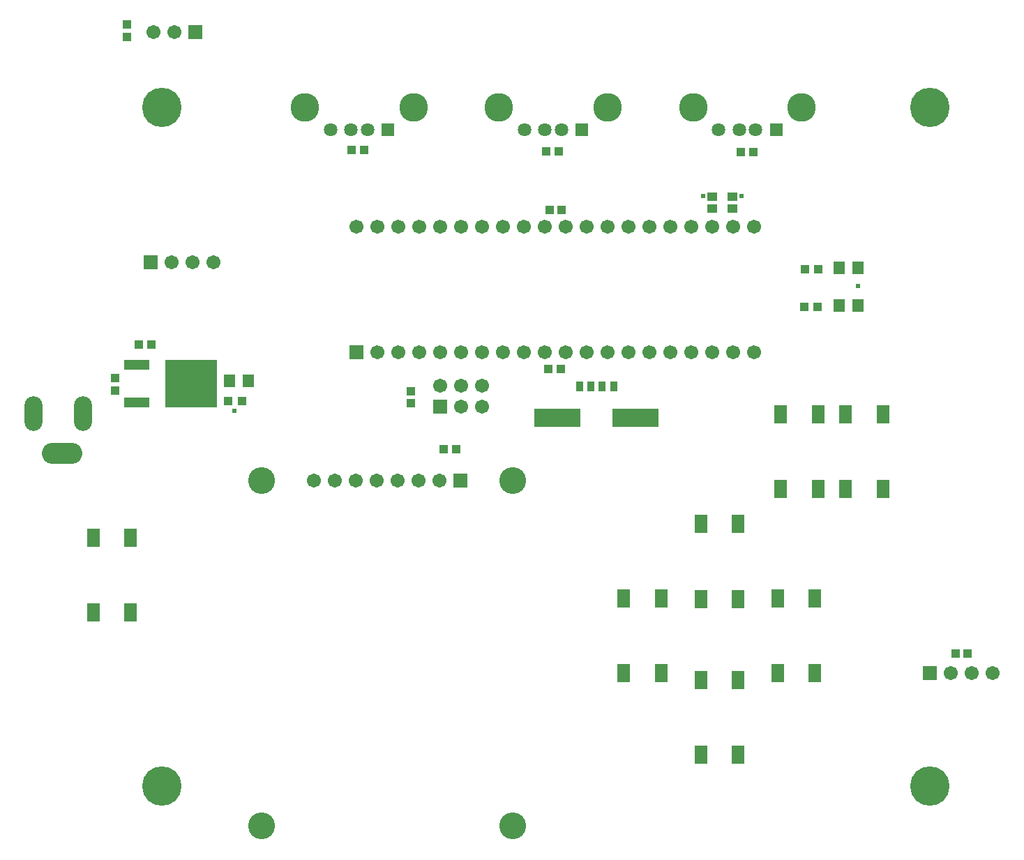
<source format=gts>
G04*
G04 #@! TF.GenerationSoftware,Altium Limited,Altium Designer,23.3.1 (30)*
G04*
G04 Layer_Color=8388736*
%FSLAX44Y44*%
%MOMM*%
G71*
G04*
G04 #@! TF.SameCoordinates,FE0AEC3E-DE84-4B78-BC97-547211959EC9*
G04*
G04*
G04 #@! TF.FilePolarity,Negative*
G04*
G01*
G75*
%ADD27R,5.7032X2.2032*%
%ADD28R,0.8636X1.1430*%
%ADD29R,1.0032X1.0032*%
%ADD30R,0.9932X1.1332*%
%ADD31R,1.3532X1.5032*%
%ADD32R,1.6032X2.3032*%
%ADD33R,1.0032X1.0032*%
%ADD34R,1.1832X1.0532*%
%ADD35R,3.0332X1.1732*%
%ADD36R,6.2932X5.8332*%
G04:AMPARAMS|DCode=37|XSize=1.0922mm|YSize=1.0922mm|CornerRadius=0.2127mm|HoleSize=0mm|Usage=FLASHONLY|Rotation=0.000|XOffset=0mm|YOffset=0mm|HoleType=Round|Shape=RoundedRectangle|*
%AMROUNDEDRECTD37*
21,1,1.0922,0.6668,0,0,0.0*
21,1,0.6668,1.0922,0,0,0.0*
1,1,0.4255,0.3334,-0.3334*
1,1,0.4255,-0.3334,-0.3334*
1,1,0.4255,-0.3334,0.3334*
1,1,0.4255,0.3334,0.3334*
%
%ADD37ROUNDEDRECTD37*%
G04:AMPARAMS|DCode=38|XSize=1.0922mm|YSize=1.0922mm|CornerRadius=0.2127mm|HoleSize=0mm|Usage=FLASHONLY|Rotation=270.000|XOffset=0mm|YOffset=0mm|HoleType=Round|Shape=RoundedRectangle|*
%AMROUNDEDRECTD38*
21,1,1.0922,0.6668,0,0,270.0*
21,1,0.6668,1.0922,0,0,270.0*
1,1,0.4255,-0.3334,-0.3334*
1,1,0.4255,-0.3334,0.3334*
1,1,0.4255,0.3334,0.3334*
1,1,0.4255,0.3334,-0.3334*
%
%ADD38ROUNDEDRECTD38*%
%ADD39C,1.7032*%
%ADD40R,1.7032X1.7032*%
%ADD41R,1.6312X1.6312*%
%ADD42C,1.6312*%
%ADD43C,3.4792*%
%ADD44C,1.7018*%
%ADD45R,1.7018X1.7018*%
%ADD46O,2.2032X4.2032*%
%ADD47O,4.9032X2.5532*%
%ADD48C,0.6096*%
%ADD49C,4.7752*%
%ADD50C,3.2512*%
D27*
X766570Y777240D02*
D03*
X861570D02*
D03*
D28*
X793496Y815340D02*
D03*
X807720D02*
D03*
X835152D02*
D03*
X820928D02*
D03*
D29*
X589280Y810140D02*
D03*
Y795140D02*
D03*
X244161Y1255097D02*
D03*
Y1240097D02*
D03*
D30*
X1083310Y957580D02*
D03*
X1066910D02*
D03*
X1082620Y911860D02*
D03*
X1066220D02*
D03*
X367283Y797779D02*
D03*
X383683D02*
D03*
D31*
X1131390Y913710D02*
D03*
X1108890D02*
D03*
X1131390Y959430D02*
D03*
X1108890D02*
D03*
X369083Y822521D02*
D03*
X391583D02*
D03*
D32*
X1161690Y691100D02*
D03*
Y782100D02*
D03*
X1116690D02*
D03*
Y691100D02*
D03*
X940795Y368520D02*
D03*
Y459520D02*
D03*
X985795D02*
D03*
Y368520D02*
D03*
X203560Y541240D02*
D03*
Y632240D02*
D03*
X248560D02*
D03*
Y541240D02*
D03*
X985795Y557750D02*
D03*
Y648750D02*
D03*
X940795D02*
D03*
Y557750D02*
D03*
X1079140Y467580D02*
D03*
Y558580D02*
D03*
X1034140D02*
D03*
Y467580D02*
D03*
X892450D02*
D03*
Y558580D02*
D03*
X847450D02*
D03*
Y467580D02*
D03*
X1082950Y691100D02*
D03*
Y782100D02*
D03*
X1037950D02*
D03*
Y691100D02*
D03*
D33*
X1264800Y491490D02*
D03*
X1249800D02*
D03*
X989450Y1099820D02*
D03*
X1004450D02*
D03*
X753230Y1101090D02*
D03*
X768230D02*
D03*
X517010Y1102360D02*
D03*
X532010D02*
D03*
X643770Y739140D02*
D03*
X628770D02*
D03*
X757040Y1029970D02*
D03*
X772040D02*
D03*
X770650Y836930D02*
D03*
X755650D02*
D03*
D34*
X979170Y1031360D02*
D03*
Y1046360D02*
D03*
X955040Y1031360D02*
D03*
Y1046360D02*
D03*
D35*
X256080Y796250D02*
D03*
Y842050D02*
D03*
D36*
X322580Y819150D02*
D03*
D37*
X259080Y866140D02*
D03*
X274320D02*
D03*
D38*
X229870Y825500D02*
D03*
Y810260D02*
D03*
D39*
X349250Y966470D02*
D03*
X323850D02*
D03*
X298450D02*
D03*
X675640Y816610D02*
D03*
Y791210D02*
D03*
X650240Y816610D02*
D03*
Y791210D02*
D03*
X624840Y816610D02*
D03*
X1244600Y467360D02*
D03*
X1270000D02*
D03*
X1295400D02*
D03*
X276860Y1245870D02*
D03*
X302260D02*
D03*
X623570Y701040D02*
D03*
X598170D02*
D03*
X572770D02*
D03*
X547370D02*
D03*
X521970D02*
D03*
X496570D02*
D03*
X471170D02*
D03*
D40*
X273050Y966470D02*
D03*
X624840Y791210D02*
D03*
X1219200Y467360D02*
D03*
X327660Y1245870D02*
D03*
X648970Y701040D02*
D03*
D41*
X561256Y1127330D02*
D03*
X796651D02*
D03*
X1032426D02*
D03*
D42*
X536256D02*
D03*
X516256D02*
D03*
X491256D02*
D03*
X771651D02*
D03*
X751651D02*
D03*
X726651D02*
D03*
X1007426D02*
D03*
X987426D02*
D03*
X962426D02*
D03*
D43*
X591956Y1154430D02*
D03*
X460556D02*
D03*
X827351D02*
D03*
X695951D02*
D03*
X1063126D02*
D03*
X931726D02*
D03*
D44*
X522446Y1009650D02*
D03*
X547846D02*
D03*
X573246D02*
D03*
X598646D02*
D03*
X624046D02*
D03*
X649446D02*
D03*
X674846D02*
D03*
X700246D02*
D03*
X725646D02*
D03*
X751046D02*
D03*
X776446D02*
D03*
X801846D02*
D03*
X827246D02*
D03*
X852646D02*
D03*
X878046D02*
D03*
X903446D02*
D03*
X928846D02*
D03*
X954246D02*
D03*
X979646D02*
D03*
X1005046D02*
D03*
Y857250D02*
D03*
X979646D02*
D03*
X954246D02*
D03*
X928846D02*
D03*
X903446D02*
D03*
X878046D02*
D03*
X852646D02*
D03*
X827246D02*
D03*
X801846D02*
D03*
X776446D02*
D03*
X751046D02*
D03*
X725646D02*
D03*
X700246D02*
D03*
X674846D02*
D03*
X649446D02*
D03*
X624046D02*
D03*
X598646D02*
D03*
X573246D02*
D03*
X547846D02*
D03*
D45*
X522446D02*
D03*
D46*
X190810Y782320D02*
D03*
X130810D02*
D03*
D47*
X165810Y734320D02*
D03*
D48*
X1131570Y937260D02*
D03*
X990600Y1046480D02*
D03*
X943610D02*
D03*
X374650Y786130D02*
D03*
D49*
X1219200Y1154430D02*
D03*
Y330200D02*
D03*
X287020D02*
D03*
Y1154430D02*
D03*
D50*
X712470Y281940D02*
D03*
Y701040D02*
D03*
X407670D02*
D03*
Y281940D02*
D03*
M02*

</source>
